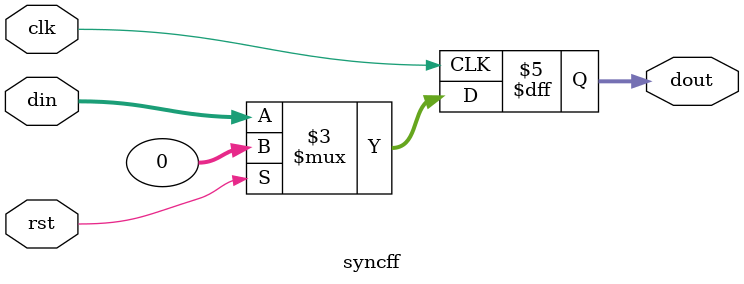
<source format=sv>
module syncff #(
	parameter WIDTH = 32
	)(
	output logic [WIDTH-1:0] dout,
	input logic [WIDTH-1:0] din,
	input logic rst, clk
	);
	always_ff@(posedge clk) begin
		if(rst) dout <= 'd0;
		else dout <= din;
   end
endmodule

</source>
